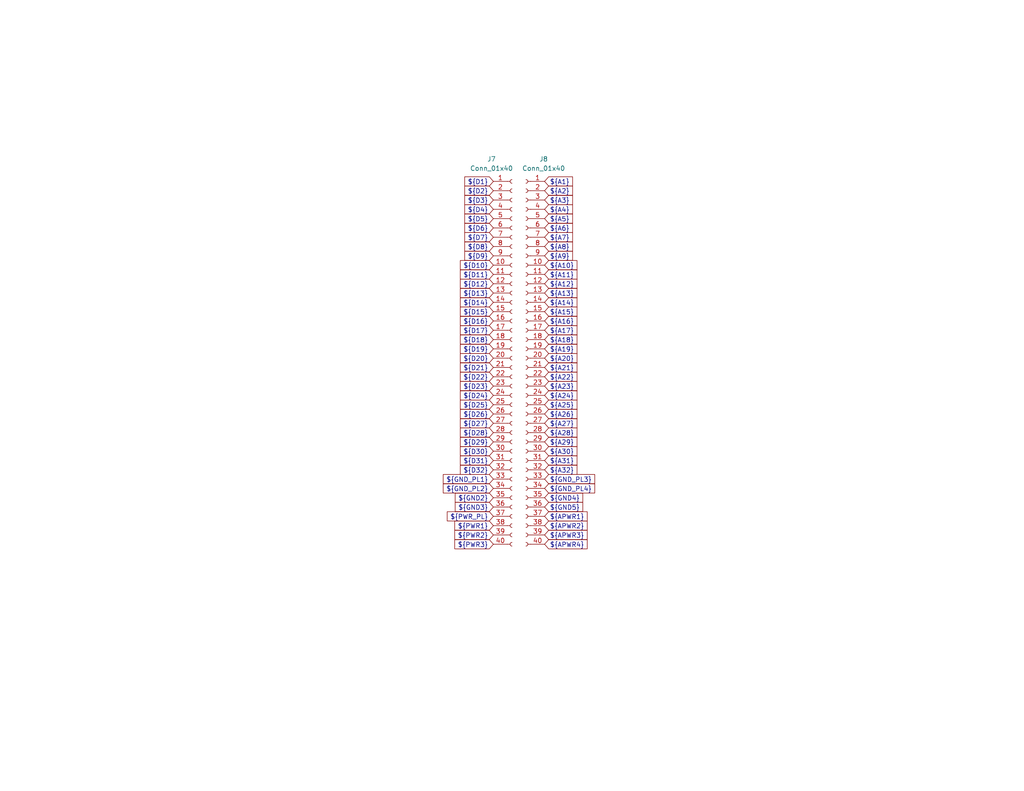
<source format=kicad_sch>
(kicad_sch
	(version 20231120)
	(generator "eeschema")
	(generator_version "8.0")
	(uuid "6c1e95c9-4546-4820-9fe4-d481ccc7d212")
	(paper "USLetter")
	(title_block
		(company "Decapod Devices")
	)
	(lib_symbols
		(symbol "Connector:Conn_01x40_Socket"
			(pin_names
				(offset 1.016) hide)
			(exclude_from_sim no)
			(in_bom yes)
			(on_board yes)
			(property "Reference" "J"
				(at 0 50.8 0)
				(effects
					(font
						(size 1.27 1.27)
					)
				)
			)
			(property "Value" "Conn_01x40_Socket"
				(at 0 -53.34 0)
				(effects
					(font
						(size 1.27 1.27)
					)
				)
			)
			(property "Footprint" ""
				(at 0 0 0)
				(effects
					(font
						(size 1.27 1.27)
					)
					(hide yes)
				)
			)
			(property "Datasheet" "~"
				(at 0 0 0)
				(effects
					(font
						(size 1.27 1.27)
					)
					(hide yes)
				)
			)
			(property "Description" "Generic connector, single row, 01x40, script generated"
				(at 0 0 0)
				(effects
					(font
						(size 1.27 1.27)
					)
					(hide yes)
				)
			)
			(property "ki_locked" ""
				(at 0 0 0)
				(effects
					(font
						(size 1.27 1.27)
					)
				)
			)
			(property "ki_keywords" "connector"
				(at 0 0 0)
				(effects
					(font
						(size 1.27 1.27)
					)
					(hide yes)
				)
			)
			(property "ki_fp_filters" "Connector*:*_1x??_*"
				(at 0 0 0)
				(effects
					(font
						(size 1.27 1.27)
					)
					(hide yes)
				)
			)
			(symbol "Conn_01x40_Socket_1_1"
				(arc
					(start 0 -50.292)
					(mid -0.5058 -50.8)
					(end 0 -51.308)
					(stroke
						(width 0.1524)
						(type default)
					)
					(fill
						(type none)
					)
				)
				(arc
					(start 0 -47.752)
					(mid -0.5058 -48.26)
					(end 0 -48.768)
					(stroke
						(width 0.1524)
						(type default)
					)
					(fill
						(type none)
					)
				)
				(arc
					(start 0 -45.212)
					(mid -0.5058 -45.72)
					(end 0 -46.228)
					(stroke
						(width 0.1524)
						(type default)
					)
					(fill
						(type none)
					)
				)
				(arc
					(start 0 -42.672)
					(mid -0.5058 -43.18)
					(end 0 -43.688)
					(stroke
						(width 0.1524)
						(type default)
					)
					(fill
						(type none)
					)
				)
				(arc
					(start 0 -40.132)
					(mid -0.5058 -40.64)
					(end 0 -41.148)
					(stroke
						(width 0.1524)
						(type default)
					)
					(fill
						(type none)
					)
				)
				(arc
					(start 0 -37.592)
					(mid -0.5058 -38.1)
					(end 0 -38.608)
					(stroke
						(width 0.1524)
						(type default)
					)
					(fill
						(type none)
					)
				)
				(arc
					(start 0 -35.052)
					(mid -0.5058 -35.56)
					(end 0 -36.068)
					(stroke
						(width 0.1524)
						(type default)
					)
					(fill
						(type none)
					)
				)
				(arc
					(start 0 -32.512)
					(mid -0.5058 -33.02)
					(end 0 -33.528)
					(stroke
						(width 0.1524)
						(type default)
					)
					(fill
						(type none)
					)
				)
				(arc
					(start 0 -29.972)
					(mid -0.5058 -30.48)
					(end 0 -30.988)
					(stroke
						(width 0.1524)
						(type default)
					)
					(fill
						(type none)
					)
				)
				(arc
					(start 0 -27.432)
					(mid -0.5058 -27.94)
					(end 0 -28.448)
					(stroke
						(width 0.1524)
						(type default)
					)
					(fill
						(type none)
					)
				)
				(arc
					(start 0 -24.892)
					(mid -0.5058 -25.4)
					(end 0 -25.908)
					(stroke
						(width 0.1524)
						(type default)
					)
					(fill
						(type none)
					)
				)
				(arc
					(start 0 -22.352)
					(mid -0.5058 -22.86)
					(end 0 -23.368)
					(stroke
						(width 0.1524)
						(type default)
					)
					(fill
						(type none)
					)
				)
				(arc
					(start 0 -19.812)
					(mid -0.5058 -20.32)
					(end 0 -20.828)
					(stroke
						(width 0.1524)
						(type default)
					)
					(fill
						(type none)
					)
				)
				(arc
					(start 0 -17.272)
					(mid -0.5058 -17.78)
					(end 0 -18.288)
					(stroke
						(width 0.1524)
						(type default)
					)
					(fill
						(type none)
					)
				)
				(arc
					(start 0 -14.732)
					(mid -0.5058 -15.24)
					(end 0 -15.748)
					(stroke
						(width 0.1524)
						(type default)
					)
					(fill
						(type none)
					)
				)
				(arc
					(start 0 -12.192)
					(mid -0.5058 -12.7)
					(end 0 -13.208)
					(stroke
						(width 0.1524)
						(type default)
					)
					(fill
						(type none)
					)
				)
				(arc
					(start 0 -9.652)
					(mid -0.5058 -10.16)
					(end 0 -10.668)
					(stroke
						(width 0.1524)
						(type default)
					)
					(fill
						(type none)
					)
				)
				(arc
					(start 0 -7.112)
					(mid -0.5058 -7.62)
					(end 0 -8.128)
					(stroke
						(width 0.1524)
						(type default)
					)
					(fill
						(type none)
					)
				)
				(arc
					(start 0 -4.572)
					(mid -0.5058 -5.08)
					(end 0 -5.588)
					(stroke
						(width 0.1524)
						(type default)
					)
					(fill
						(type none)
					)
				)
				(arc
					(start 0 -2.032)
					(mid -0.5058 -2.54)
					(end 0 -3.048)
					(stroke
						(width 0.1524)
						(type default)
					)
					(fill
						(type none)
					)
				)
				(polyline
					(pts
						(xy -1.27 -50.8) (xy -0.508 -50.8)
					)
					(stroke
						(width 0.1524)
						(type default)
					)
					(fill
						(type none)
					)
				)
				(polyline
					(pts
						(xy -1.27 -48.26) (xy -0.508 -48.26)
					)
					(stroke
						(width 0.1524)
						(type default)
					)
					(fill
						(type none)
					)
				)
				(polyline
					(pts
						(xy -1.27 -45.72) (xy -0.508 -45.72)
					)
					(stroke
						(width 0.1524)
						(type default)
					)
					(fill
						(type none)
					)
				)
				(polyline
					(pts
						(xy -1.27 -43.18) (xy -0.508 -43.18)
					)
					(stroke
						(width 0.1524)
						(type default)
					)
					(fill
						(type none)
					)
				)
				(polyline
					(pts
						(xy -1.27 -40.64) (xy -0.508 -40.64)
					)
					(stroke
						(width 0.1524)
						(type default)
					)
					(fill
						(type none)
					)
				)
				(polyline
					(pts
						(xy -1.27 -38.1) (xy -0.508 -38.1)
					)
					(stroke
						(width 0.1524)
						(type default)
					)
					(fill
						(type none)
					)
				)
				(polyline
					(pts
						(xy -1.27 -35.56) (xy -0.508 -35.56)
					)
					(stroke
						(width 0.1524)
						(type default)
					)
					(fill
						(type none)
					)
				)
				(polyline
					(pts
						(xy -1.27 -33.02) (xy -0.508 -33.02)
					)
					(stroke
						(width 0.1524)
						(type default)
					)
					(fill
						(type none)
					)
				)
				(polyline
					(pts
						(xy -1.27 -30.48) (xy -0.508 -30.48)
					)
					(stroke
						(width 0.1524)
						(type default)
					)
					(fill
						(type none)
					)
				)
				(polyline
					(pts
						(xy -1.27 -27.94) (xy -0.508 -27.94)
					)
					(stroke
						(width 0.1524)
						(type default)
					)
					(fill
						(type none)
					)
				)
				(polyline
					(pts
						(xy -1.27 -25.4) (xy -0.508 -25.4)
					)
					(stroke
						(width 0.1524)
						(type default)
					)
					(fill
						(type none)
					)
				)
				(polyline
					(pts
						(xy -1.27 -22.86) (xy -0.508 -22.86)
					)
					(stroke
						(width 0.1524)
						(type default)
					)
					(fill
						(type none)
					)
				)
				(polyline
					(pts
						(xy -1.27 -20.32) (xy -0.508 -20.32)
					)
					(stroke
						(width 0.1524)
						(type default)
					)
					(fill
						(type none)
					)
				)
				(polyline
					(pts
						(xy -1.27 -17.78) (xy -0.508 -17.78)
					)
					(stroke
						(width 0.1524)
						(type default)
					)
					(fill
						(type none)
					)
				)
				(polyline
					(pts
						(xy -1.27 -15.24) (xy -0.508 -15.24)
					)
					(stroke
						(width 0.1524)
						(type default)
					)
					(fill
						(type none)
					)
				)
				(polyline
					(pts
						(xy -1.27 -12.7) (xy -0.508 -12.7)
					)
					(stroke
						(width 0.1524)
						(type default)
					)
					(fill
						(type none)
					)
				)
				(polyline
					(pts
						(xy -1.27 -10.16) (xy -0.508 -10.16)
					)
					(stroke
						(width 0.1524)
						(type default)
					)
					(fill
						(type none)
					)
				)
				(polyline
					(pts
						(xy -1.27 -7.62) (xy -0.508 -7.62)
					)
					(stroke
						(width 0.1524)
						(type default)
					)
					(fill
						(type none)
					)
				)
				(polyline
					(pts
						(xy -1.27 -5.08) (xy -0.508 -5.08)
					)
					(stroke
						(width 0.1524)
						(type default)
					)
					(fill
						(type none)
					)
				)
				(polyline
					(pts
						(xy -1.27 -2.54) (xy -0.508 -2.54)
					)
					(stroke
						(width 0.1524)
						(type default)
					)
					(fill
						(type none)
					)
				)
				(polyline
					(pts
						(xy -1.27 0) (xy -0.508 0)
					)
					(stroke
						(width 0.1524)
						(type default)
					)
					(fill
						(type none)
					)
				)
				(polyline
					(pts
						(xy -1.27 2.54) (xy -0.508 2.54)
					)
					(stroke
						(width 0.1524)
						(type default)
					)
					(fill
						(type none)
					)
				)
				(polyline
					(pts
						(xy -1.27 5.08) (xy -0.508 5.08)
					)
					(stroke
						(width 0.1524)
						(type default)
					)
					(fill
						(type none)
					)
				)
				(polyline
					(pts
						(xy -1.27 7.62) (xy -0.508 7.62)
					)
					(stroke
						(width 0.1524)
						(type default)
					)
					(fill
						(type none)
					)
				)
				(polyline
					(pts
						(xy -1.27 10.16) (xy -0.508 10.16)
					)
					(stroke
						(width 0.1524)
						(type default)
					)
					(fill
						(type none)
					)
				)
				(polyline
					(pts
						(xy -1.27 12.7) (xy -0.508 12.7)
					)
					(stroke
						(width 0.1524)
						(type default)
					)
					(fill
						(type none)
					)
				)
				(polyline
					(pts
						(xy -1.27 15.24) (xy -0.508 15.24)
					)
					(stroke
						(width 0.1524)
						(type default)
					)
					(fill
						(type none)
					)
				)
				(polyline
					(pts
						(xy -1.27 17.78) (xy -0.508 17.78)
					)
					(stroke
						(width 0.1524)
						(type default)
					)
					(fill
						(type none)
					)
				)
				(polyline
					(pts
						(xy -1.27 20.32) (xy -0.508 20.32)
					)
					(stroke
						(width 0.1524)
						(type default)
					)
					(fill
						(type none)
					)
				)
				(polyline
					(pts
						(xy -1.27 22.86) (xy -0.508 22.86)
					)
					(stroke
						(width 0.1524)
						(type default)
					)
					(fill
						(type none)
					)
				)
				(polyline
					(pts
						(xy -1.27 25.4) (xy -0.508 25.4)
					)
					(stroke
						(width 0.1524)
						(type default)
					)
					(fill
						(type none)
					)
				)
				(polyline
					(pts
						(xy -1.27 27.94) (xy -0.508 27.94)
					)
					(stroke
						(width 0.1524)
						(type default)
					)
					(fill
						(type none)
					)
				)
				(polyline
					(pts
						(xy -1.27 30.48) (xy -0.508 30.48)
					)
					(stroke
						(width 0.1524)
						(type default)
					)
					(fill
						(type none)
					)
				)
				(polyline
					(pts
						(xy -1.27 33.02) (xy -0.508 33.02)
					)
					(stroke
						(width 0.1524)
						(type default)
					)
					(fill
						(type none)
					)
				)
				(polyline
					(pts
						(xy -1.27 35.56) (xy -0.508 35.56)
					)
					(stroke
						(width 0.1524)
						(type default)
					)
					(fill
						(type none)
					)
				)
				(polyline
					(pts
						(xy -1.27 38.1) (xy -0.508 38.1)
					)
					(stroke
						(width 0.1524)
						(type default)
					)
					(fill
						(type none)
					)
				)
				(polyline
					(pts
						(xy -1.27 40.64) (xy -0.508 40.64)
					)
					(stroke
						(width 0.1524)
						(type default)
					)
					(fill
						(type none)
					)
				)
				(polyline
					(pts
						(xy -1.27 43.18) (xy -0.508 43.18)
					)
					(stroke
						(width 0.1524)
						(type default)
					)
					(fill
						(type none)
					)
				)
				(polyline
					(pts
						(xy -1.27 45.72) (xy -0.508 45.72)
					)
					(stroke
						(width 0.1524)
						(type default)
					)
					(fill
						(type none)
					)
				)
				(polyline
					(pts
						(xy -1.27 48.26) (xy -0.508 48.26)
					)
					(stroke
						(width 0.1524)
						(type default)
					)
					(fill
						(type none)
					)
				)
				(arc
					(start 0 0.508)
					(mid -0.5058 0)
					(end 0 -0.508)
					(stroke
						(width 0.1524)
						(type default)
					)
					(fill
						(type none)
					)
				)
				(arc
					(start 0 3.048)
					(mid -0.5058 2.54)
					(end 0 2.032)
					(stroke
						(width 0.1524)
						(type default)
					)
					(fill
						(type none)
					)
				)
				(arc
					(start 0 5.588)
					(mid -0.5058 5.08)
					(end 0 4.572)
					(stroke
						(width 0.1524)
						(type default)
					)
					(fill
						(type none)
					)
				)
				(arc
					(start 0 8.128)
					(mid -0.5058 7.62)
					(end 0 7.112)
					(stroke
						(width 0.1524)
						(type default)
					)
					(fill
						(type none)
					)
				)
				(arc
					(start 0 10.668)
					(mid -0.5058 10.16)
					(end 0 9.652)
					(stroke
						(width 0.1524)
						(type default)
					)
					(fill
						(type none)
					)
				)
				(arc
					(start 0 13.208)
					(mid -0.5058 12.7)
					(end 0 12.192)
					(stroke
						(width 0.1524)
						(type default)
					)
					(fill
						(type none)
					)
				)
				(arc
					(start 0 15.748)
					(mid -0.5058 15.24)
					(end 0 14.732)
					(stroke
						(width 0.1524)
						(type default)
					)
					(fill
						(type none)
					)
				)
				(arc
					(start 0 18.288)
					(mid -0.5058 17.78)
					(end 0 17.272)
					(stroke
						(width 0.1524)
						(type default)
					)
					(fill
						(type none)
					)
				)
				(arc
					(start 0 20.828)
					(mid -0.5058 20.32)
					(end 0 19.812)
					(stroke
						(width 0.1524)
						(type default)
					)
					(fill
						(type none)
					)
				)
				(arc
					(start 0 23.368)
					(mid -0.5058 22.86)
					(end 0 22.352)
					(stroke
						(width 0.1524)
						(type default)
					)
					(fill
						(type none)
					)
				)
				(arc
					(start 0 25.908)
					(mid -0.5058 25.4)
					(end 0 24.892)
					(stroke
						(width 0.1524)
						(type default)
					)
					(fill
						(type none)
					)
				)
				(arc
					(start 0 28.448)
					(mid -0.5058 27.94)
					(end 0 27.432)
					(stroke
						(width 0.1524)
						(type default)
					)
					(fill
						(type none)
					)
				)
				(arc
					(start 0 30.988)
					(mid -0.5058 30.48)
					(end 0 29.972)
					(stroke
						(width 0.1524)
						(type default)
					)
					(fill
						(type none)
					)
				)
				(arc
					(start 0 33.528)
					(mid -0.5058 33.02)
					(end 0 32.512)
					(stroke
						(width 0.1524)
						(type default)
					)
					(fill
						(type none)
					)
				)
				(arc
					(start 0 36.068)
					(mid -0.5058 35.56)
					(end 0 35.052)
					(stroke
						(width 0.1524)
						(type default)
					)
					(fill
						(type none)
					)
				)
				(arc
					(start 0 38.608)
					(mid -0.5058 38.1)
					(end 0 37.592)
					(stroke
						(width 0.1524)
						(type default)
					)
					(fill
						(type none)
					)
				)
				(arc
					(start 0 41.148)
					(mid -0.5058 40.64)
					(end 0 40.132)
					(stroke
						(width 0.1524)
						(type default)
					)
					(fill
						(type none)
					)
				)
				(arc
					(start 0 43.688)
					(mid -0.5058 43.18)
					(end 0 42.672)
					(stroke
						(width 0.1524)
						(type default)
					)
					(fill
						(type none)
					)
				)
				(arc
					(start 0 46.228)
					(mid -0.5058 45.72)
					(end 0 45.212)
					(stroke
						(width 0.1524)
						(type default)
					)
					(fill
						(type none)
					)
				)
				(arc
					(start 0 48.768)
					(mid -0.5058 48.26)
					(end 0 47.752)
					(stroke
						(width 0.1524)
						(type default)
					)
					(fill
						(type none)
					)
				)
				(pin passive line
					(at -5.08 48.26 0)
					(length 3.81)
					(name "Pin_1"
						(effects
							(font
								(size 1.27 1.27)
							)
						)
					)
					(number "1"
						(effects
							(font
								(size 1.27 1.27)
							)
						)
					)
				)
				(pin passive line
					(at -5.08 25.4 0)
					(length 3.81)
					(name "Pin_10"
						(effects
							(font
								(size 1.27 1.27)
							)
						)
					)
					(number "10"
						(effects
							(font
								(size 1.27 1.27)
							)
						)
					)
				)
				(pin passive line
					(at -5.08 22.86 0)
					(length 3.81)
					(name "Pin_11"
						(effects
							(font
								(size 1.27 1.27)
							)
						)
					)
					(number "11"
						(effects
							(font
								(size 1.27 1.27)
							)
						)
					)
				)
				(pin passive line
					(at -5.08 20.32 0)
					(length 3.81)
					(name "Pin_12"
						(effects
							(font
								(size 1.27 1.27)
							)
						)
					)
					(number "12"
						(effects
							(font
								(size 1.27 1.27)
							)
						)
					)
				)
				(pin passive line
					(at -5.08 17.78 0)
					(length 3.81)
					(name "Pin_13"
						(effects
							(font
								(size 1.27 1.27)
							)
						)
					)
					(number "13"
						(effects
							(font
								(size 1.27 1.27)
							)
						)
					)
				)
				(pin passive line
					(at -5.08 15.24 0)
					(length 3.81)
					(name "Pin_14"
						(effects
							(font
								(size 1.27 1.27)
							)
						)
					)
					(number "14"
						(effects
							(font
								(size 1.27 1.27)
							)
						)
					)
				)
				(pin passive line
					(at -5.08 12.7 0)
					(length 3.81)
					(name "Pin_15"
						(effects
							(font
								(size 1.27 1.27)
							)
						)
					)
					(number "15"
						(effects
							(font
								(size 1.27 1.27)
							)
						)
					)
				)
				(pin passive line
					(at -5.08 10.16 0)
					(length 3.81)
					(name "Pin_16"
						(effects
							(font
								(size 1.27 1.27)
							)
						)
					)
					(number "16"
						(effects
							(font
								(size 1.27 1.27)
							)
						)
					)
				)
				(pin passive line
					(at -5.08 7.62 0)
					(length 3.81)
					(name "Pin_17"
						(effects
							(font
								(size 1.27 1.27)
							)
						)
					)
					(number "17"
						(effects
							(font
								(size 1.27 1.27)
							)
						)
					)
				)
				(pin passive line
					(at -5.08 5.08 0)
					(length 3.81)
					(name "Pin_18"
						(effects
							(font
								(size 1.27 1.27)
							)
						)
					)
					(number "18"
						(effects
							(font
								(size 1.27 1.27)
							)
						)
					)
				)
				(pin passive line
					(at -5.08 2.54 0)
					(length 3.81)
					(name "Pin_19"
						(effects
							(font
								(size 1.27 1.27)
							)
						)
					)
					(number "19"
						(effects
							(font
								(size 1.27 1.27)
							)
						)
					)
				)
				(pin passive line
					(at -5.08 45.72 0)
					(length 3.81)
					(name "Pin_2"
						(effects
							(font
								(size 1.27 1.27)
							)
						)
					)
					(number "2"
						(effects
							(font
								(size 1.27 1.27)
							)
						)
					)
				)
				(pin passive line
					(at -5.08 0 0)
					(length 3.81)
					(name "Pin_20"
						(effects
							(font
								(size 1.27 1.27)
							)
						)
					)
					(number "20"
						(effects
							(font
								(size 1.27 1.27)
							)
						)
					)
				)
				(pin passive line
					(at -5.08 -2.54 0)
					(length 3.81)
					(name "Pin_21"
						(effects
							(font
								(size 1.27 1.27)
							)
						)
					)
					(number "21"
						(effects
							(font
								(size 1.27 1.27)
							)
						)
					)
				)
				(pin passive line
					(at -5.08 -5.08 0)
					(length 3.81)
					(name "Pin_22"
						(effects
							(font
								(size 1.27 1.27)
							)
						)
					)
					(number "22"
						(effects
							(font
								(size 1.27 1.27)
							)
						)
					)
				)
				(pin passive line
					(at -5.08 -7.62 0)
					(length 3.81)
					(name "Pin_23"
						(effects
							(font
								(size 1.27 1.27)
							)
						)
					)
					(number "23"
						(effects
							(font
								(size 1.27 1.27)
							)
						)
					)
				)
				(pin passive line
					(at -5.08 -10.16 0)
					(length 3.81)
					(name "Pin_24"
						(effects
							(font
								(size 1.27 1.27)
							)
						)
					)
					(number "24"
						(effects
							(font
								(size 1.27 1.27)
							)
						)
					)
				)
				(pin passive line
					(at -5.08 -12.7 0)
					(length 3.81)
					(name "Pin_25"
						(effects
							(font
								(size 1.27 1.27)
							)
						)
					)
					(number "25"
						(effects
							(font
								(size 1.27 1.27)
							)
						)
					)
				)
				(pin passive line
					(at -5.08 -15.24 0)
					(length 3.81)
					(name "Pin_26"
						(effects
							(font
								(size 1.27 1.27)
							)
						)
					)
					(number "26"
						(effects
							(font
								(size 1.27 1.27)
							)
						)
					)
				)
				(pin passive line
					(at -5.08 -17.78 0)
					(length 3.81)
					(name "Pin_27"
						(effects
							(font
								(size 1.27 1.27)
							)
						)
					)
					(number "27"
						(effects
							(font
								(size 1.27 1.27)
							)
						)
					)
				)
				(pin passive line
					(at -5.08 -20.32 0)
					(length 3.81)
					(name "Pin_28"
						(effects
							(font
								(size 1.27 1.27)
							)
						)
					)
					(number "28"
						(effects
							(font
								(size 1.27 1.27)
							)
						)
					)
				)
				(pin passive line
					(at -5.08 -22.86 0)
					(length 3.81)
					(name "Pin_29"
						(effects
							(font
								(size 1.27 1.27)
							)
						)
					)
					(number "29"
						(effects
							(font
								(size 1.27 1.27)
							)
						)
					)
				)
				(pin passive line
					(at -5.08 43.18 0)
					(length 3.81)
					(name "Pin_3"
						(effects
							(font
								(size 1.27 1.27)
							)
						)
					)
					(number "3"
						(effects
							(font
								(size 1.27 1.27)
							)
						)
					)
				)
				(pin passive line
					(at -5.08 -25.4 0)
					(length 3.81)
					(name "Pin_30"
						(effects
							(font
								(size 1.27 1.27)
							)
						)
					)
					(number "30"
						(effects
							(font
								(size 1.27 1.27)
							)
						)
					)
				)
				(pin passive line
					(at -5.08 -27.94 0)
					(length 3.81)
					(name "Pin_31"
						(effects
							(font
								(size 1.27 1.27)
							)
						)
					)
					(number "31"
						(effects
							(font
								(size 1.27 1.27)
							)
						)
					)
				)
				(pin passive line
					(at -5.08 -30.48 0)
					(length 3.81)
					(name "Pin_32"
						(effects
							(font
								(size 1.27 1.27)
							)
						)
					)
					(number "32"
						(effects
							(font
								(size 1.27 1.27)
							)
						)
					)
				)
				(pin passive line
					(at -5.08 -33.02 0)
					(length 3.81)
					(name "Pin_33"
						(effects
							(font
								(size 1.27 1.27)
							)
						)
					)
					(number "33"
						(effects
							(font
								(size 1.27 1.27)
							)
						)
					)
				)
				(pin passive line
					(at -5.08 -35.56 0)
					(length 3.81)
					(name "Pin_34"
						(effects
							(font
								(size 1.27 1.27)
							)
						)
					)
					(number "34"
						(effects
							(font
								(size 1.27 1.27)
							)
						)
					)
				)
				(pin passive line
					(at -5.08 -38.1 0)
					(length 3.81)
					(name "Pin_35"
						(effects
							(font
								(size 1.27 1.27)
							)
						)
					)
					(number "35"
						(effects
							(font
								(size 1.27 1.27)
							)
						)
					)
				)
				(pin passive line
					(at -5.08 -40.64 0)
					(length 3.81)
					(name "Pin_36"
						(effects
							(font
								(size 1.27 1.27)
							)
						)
					)
					(number "36"
						(effects
							(font
								(size 1.27 1.27)
							)
						)
					)
				)
				(pin passive line
					(at -5.08 -43.18 0)
					(length 3.81)
					(name "Pin_37"
						(effects
							(font
								(size 1.27 1.27)
							)
						)
					)
					(number "37"
						(effects
							(font
								(size 1.27 1.27)
							)
						)
					)
				)
				(pin passive line
					(at -5.08 -45.72 0)
					(length 3.81)
					(name "Pin_38"
						(effects
							(font
								(size 1.27 1.27)
							)
						)
					)
					(number "38"
						(effects
							(font
								(size 1.27 1.27)
							)
						)
					)
				)
				(pin passive line
					(at -5.08 -48.26 0)
					(length 3.81)
					(name "Pin_39"
						(effects
							(font
								(size 1.27 1.27)
							)
						)
					)
					(number "39"
						(effects
							(font
								(size 1.27 1.27)
							)
						)
					)
				)
				(pin passive line
					(at -5.08 40.64 0)
					(length 3.81)
					(name "Pin_4"
						(effects
							(font
								(size 1.27 1.27)
							)
						)
					)
					(number "4"
						(effects
							(font
								(size 1.27 1.27)
							)
						)
					)
				)
				(pin passive line
					(at -5.08 -50.8 0)
					(length 3.81)
					(name "Pin_40"
						(effects
							(font
								(size 1.27 1.27)
							)
						)
					)
					(number "40"
						(effects
							(font
								(size 1.27 1.27)
							)
						)
					)
				)
				(pin passive line
					(at -5.08 38.1 0)
					(length 3.81)
					(name "Pin_5"
						(effects
							(font
								(size 1.27 1.27)
							)
						)
					)
					(number "5"
						(effects
							(font
								(size 1.27 1.27)
							)
						)
					)
				)
				(pin passive line
					(at -5.08 35.56 0)
					(length 3.81)
					(name "Pin_6"
						(effects
							(font
								(size 1.27 1.27)
							)
						)
					)
					(number "6"
						(effects
							(font
								(size 1.27 1.27)
							)
						)
					)
				)
				(pin passive line
					(at -5.08 33.02 0)
					(length 3.81)
					(name "Pin_7"
						(effects
							(font
								(size 1.27 1.27)
							)
						)
					)
					(number "7"
						(effects
							(font
								(size 1.27 1.27)
							)
						)
					)
				)
				(pin passive line
					(at -5.08 30.48 0)
					(length 3.81)
					(name "Pin_8"
						(effects
							(font
								(size 1.27 1.27)
							)
						)
					)
					(number "8"
						(effects
							(font
								(size 1.27 1.27)
							)
						)
					)
				)
				(pin passive line
					(at -5.08 27.94 0)
					(length 3.81)
					(name "Pin_9"
						(effects
							(font
								(size 1.27 1.27)
							)
						)
					)
					(number "9"
						(effects
							(font
								(size 1.27 1.27)
							)
						)
					)
				)
			)
		)
	)
	(global_label "${GND_PL2}"
		(shape input)
		(at 134.62 133.35 180)
		(fields_autoplaced yes)
		(effects
			(font
				(size 1.27 1.27)
			)
			(justify right)
		)
		(uuid "004bea45-527e-4a5d-ac2d-b080eee8ad86")
		(property "Intersheetrefs" "${INTERSHEET_REFS}"
			(at 124.4986 133.35 0)
			(effects
				(font
					(size 1.27 1.27)
				)
				(justify right)
				(hide yes)
			)
		)
	)
	(global_label "${D9}"
		(shape input)
		(at 134.62 69.85 180)
		(fields_autoplaced yes)
		(effects
			(font
				(size 1.27 1.27)
			)
			(justify right)
		)
		(uuid "012138d3-2dd9-436f-8d85-021fe72bff9a")
		(property "Intersheetrefs" "${INTERSHEET_REFS}"
			(at 129.1553 69.85 0)
			(effects
				(font
					(size 1.27 1.27)
				)
				(justify right)
				(hide yes)
			)
		)
	)
	(global_label "${D21}"
		(shape input)
		(at 134.62 100.33 180)
		(fields_autoplaced yes)
		(effects
			(font
				(size 1.27 1.27)
			)
			(justify right)
		)
		(uuid "05f9f1db-23e5-4fca-b959-58e82424a10a")
		(property "Intersheetrefs" "${INTERSHEET_REFS}"
			(at 127.9458 100.33 0)
			(effects
				(font
					(size 1.27 1.27)
				)
				(justify right)
				(hide yes)
			)
		)
	)
	(global_label "${A11}"
		(shape input)
		(at 148.59 74.93 0)
		(fields_autoplaced yes)
		(effects
			(font
				(size 1.27 1.27)
			)
			(justify left)
		)
		(uuid "08098514-1b42-4fce-8b93-ca14be1f0470")
		(property "Intersheetrefs" "${INTERSHEET_REFS}"
			(at 155.0828 74.93 0)
			(effects
				(font
					(size 1.27 1.27)
				)
				(justify left)
				(hide yes)
			)
		)
	)
	(global_label "${GND5}"
		(shape input)
		(at 148.59 138.43 0)
		(fields_autoplaced yes)
		(effects
			(font
				(size 1.27 1.27)
			)
			(justify left)
		)
		(uuid "106a400d-f5a8-4ff8-82dc-c6761f5fdcba")
		(property "Intersheetrefs" "${INTERSHEET_REFS}"
			(at 156.6552 138.43 0)
			(effects
				(font
					(size 1.27 1.27)
				)
				(justify left)
				(hide yes)
			)
		)
	)
	(global_label "${A10}"
		(shape input)
		(at 148.59 72.39 0)
		(fields_autoplaced yes)
		(effects
			(font
				(size 1.27 1.27)
			)
			(justify left)
		)
		(uuid "178de6aa-a1d6-4e2f-bab4-96555a0b186d")
		(property "Intersheetrefs" "${INTERSHEET_REFS}"
			(at 155.0828 72.39 0)
			(effects
				(font
					(size 1.27 1.27)
				)
				(justify left)
				(hide yes)
			)
		)
	)
	(global_label "${A26}"
		(shape input)
		(at 148.59 113.03 0)
		(fields_autoplaced yes)
		(effects
			(font
				(size 1.27 1.27)
			)
			(justify left)
		)
		(uuid "1889fbe5-e9dc-463a-9e40-a85597eb77ad")
		(property "Intersheetrefs" "${INTERSHEET_REFS}"
			(at 155.0828 113.03 0)
			(effects
				(font
					(size 1.27 1.27)
				)
				(justify left)
				(hide yes)
			)
		)
	)
	(global_label "${A7}"
		(shape input)
		(at 148.59 64.77 0)
		(fields_autoplaced yes)
		(effects
			(font
				(size 1.27 1.27)
			)
			(justify left)
		)
		(uuid "1d5820b8-d0e6-48c3-94e7-ed8ca46050d0")
		(property "Intersheetrefs" "${INTERSHEET_REFS}"
			(at 153.8733 64.77 0)
			(effects
				(font
					(size 1.27 1.27)
				)
				(justify left)
				(hide yes)
			)
		)
	)
	(global_label "${GND_PL4}"
		(shape input)
		(at 148.59 133.35 0)
		(fields_autoplaced yes)
		(effects
			(font
				(size 1.27 1.27)
			)
			(justify left)
		)
		(uuid "1e150ead-206c-45f1-a208-25d5bd8e3059")
		(property "Intersheetrefs" "${INTERSHEET_REFS}"
			(at 158.7114 133.35 0)
			(effects
				(font
					(size 1.27 1.27)
				)
				(justify left)
				(hide yes)
			)
		)
	)
	(global_label "${GND2}"
		(shape input)
		(at 134.62 135.89 180)
		(fields_autoplaced yes)
		(effects
			(font
				(size 1.27 1.27)
			)
			(justify right)
		)
		(uuid "1f0353bb-7a82-4cd7-971c-4ca79ea3aef7")
		(property "Intersheetrefs" "${INTERSHEET_REFS}"
			(at 126.5548 135.89 0)
			(effects
				(font
					(size 1.27 1.27)
				)
				(justify right)
				(hide yes)
			)
		)
	)
	(global_label "${PWR_PL}"
		(shape input)
		(at 134.62 140.97 180)
		(fields_autoplaced yes)
		(effects
			(font
				(size 1.27 1.27)
			)
			(justify right)
		)
		(uuid "2255fb61-d150-497f-976f-0470d09ba9c9")
		(property "Intersheetrefs" "${INTERSHEET_REFS}"
			(at 124.3777 140.97 0)
			(effects
				(font
					(size 1.27 1.27)
				)
				(justify right)
				(hide yes)
			)
		)
	)
	(global_label "${PWR3}"
		(shape input)
		(at 134.62 148.59 180)
		(fields_autoplaced yes)
		(effects
			(font
				(size 1.27 1.27)
			)
			(justify right)
		)
		(uuid "2386f00a-c564-43fc-8298-2f75d4866e18")
		(property "Intersheetrefs" "${INTERSHEET_REFS}"
			(at 126.4339 148.59 0)
			(effects
				(font
					(size 1.27 1.27)
				)
				(justify right)
				(hide yes)
			)
		)
	)
	(global_label "${APWR4}"
		(shape input)
		(at 148.59 148.59 0)
		(fields_autoplaced yes)
		(effects
			(font
				(size 1.27 1.27)
			)
			(justify left)
		)
		(uuid "2b929553-d905-484e-9759-bed26623ad5e")
		(property "Intersheetrefs" "${INTERSHEET_REFS}"
			(at 157.8647 148.59 0)
			(effects
				(font
					(size 1.27 1.27)
				)
				(justify left)
				(hide yes)
			)
		)
	)
	(global_label "${APWR2}"
		(shape input)
		(at 148.59 143.51 0)
		(fields_autoplaced yes)
		(effects
			(font
				(size 1.27 1.27)
			)
			(justify left)
		)
		(uuid "2ca06271-48c8-4bb9-a2c5-56800374c1eb")
		(property "Intersheetrefs" "${INTERSHEET_REFS}"
			(at 157.8647 143.51 0)
			(effects
				(font
					(size 1.27 1.27)
				)
				(justify left)
				(hide yes)
			)
		)
	)
	(global_label "${D15}"
		(shape input)
		(at 134.62 85.09 180)
		(fields_autoplaced yes)
		(effects
			(font
				(size 1.27 1.27)
			)
			(justify right)
		)
		(uuid "2e7f388d-9393-41b3-91e6-a359348d7ad5")
		(property "Intersheetrefs" "${INTERSHEET_REFS}"
			(at 127.9458 85.09 0)
			(effects
				(font
					(size 1.27 1.27)
				)
				(justify right)
				(hide yes)
			)
		)
	)
	(global_label "${A1}"
		(shape input)
		(at 148.59 49.53 0)
		(fields_autoplaced yes)
		(effects
			(font
				(size 1.27 1.27)
			)
			(justify left)
		)
		(uuid "302bebd4-04eb-4ac0-a722-700274006099")
		(property "Intersheetrefs" "${INTERSHEET_REFS}"
			(at 153.8733 49.53 0)
			(effects
				(font
					(size 1.27 1.27)
				)
				(justify left)
				(hide yes)
			)
		)
	)
	(global_label "${A6}"
		(shape input)
		(at 148.59 62.23 0)
		(fields_autoplaced yes)
		(effects
			(font
				(size 1.27 1.27)
			)
			(justify left)
		)
		(uuid "323dd40a-79d3-4a33-85a6-d47f10bc3e15")
		(property "Intersheetrefs" "${INTERSHEET_REFS}"
			(at 153.8733 62.23 0)
			(effects
				(font
					(size 1.27 1.27)
				)
				(justify left)
				(hide yes)
			)
		)
	)
	(global_label "${GND_PL3}"
		(shape input)
		(at 148.59 130.81 0)
		(fields_autoplaced yes)
		(effects
			(font
				(size 1.27 1.27)
			)
			(justify left)
		)
		(uuid "36f2c86c-9f9a-40a4-a16c-15b60fcff84a")
		(property "Intersheetrefs" "${INTERSHEET_REFS}"
			(at 158.7114 130.81 0)
			(effects
				(font
					(size 1.27 1.27)
				)
				(justify left)
				(hide yes)
			)
		)
	)
	(global_label "${A21}"
		(shape input)
		(at 148.59 100.33 0)
		(fields_autoplaced yes)
		(effects
			(font
				(size 1.27 1.27)
			)
			(justify left)
		)
		(uuid "3832181f-3c86-468c-803b-e1fa09e450b3")
		(property "Intersheetrefs" "${INTERSHEET_REFS}"
			(at 155.0828 100.33 0)
			(effects
				(font
					(size 1.27 1.27)
				)
				(justify left)
				(hide yes)
			)
		)
	)
	(global_label "${A24}"
		(shape input)
		(at 148.59 107.95 0)
		(fields_autoplaced yes)
		(effects
			(font
				(size 1.27 1.27)
			)
			(justify left)
		)
		(uuid "3a7faa9c-8051-419b-82d0-0e05eca81792")
		(property "Intersheetrefs" "${INTERSHEET_REFS}"
			(at 155.0828 107.95 0)
			(effects
				(font
					(size 1.27 1.27)
				)
				(justify left)
				(hide yes)
			)
		)
	)
	(global_label "${D28}"
		(shape input)
		(at 134.62 118.11 180)
		(fields_autoplaced yes)
		(effects
			(font
				(size 1.27 1.27)
			)
			(justify right)
		)
		(uuid "3b2ab0a4-14e9-4f8e-b938-526c41866594")
		(property "Intersheetrefs" "${INTERSHEET_REFS}"
			(at 127.9458 118.11 0)
			(effects
				(font
					(size 1.27 1.27)
				)
				(justify right)
				(hide yes)
			)
		)
	)
	(global_label "${GND3}"
		(shape input)
		(at 134.62 138.43 180)
		(fields_autoplaced yes)
		(effects
			(font
				(size 1.27 1.27)
			)
			(justify right)
		)
		(uuid "3bfd0e88-30c0-4ac3-bca6-6fabe3f21fb9")
		(property "Intersheetrefs" "${INTERSHEET_REFS}"
			(at 123.6519 138.43 0)
			(effects
				(font
					(size 1.27 1.27)
				)
				(justify right)
				(hide yes)
			)
		)
	)
	(global_label "${A13}"
		(shape input)
		(at 148.59 80.01 0)
		(fields_autoplaced yes)
		(effects
			(font
				(size 1.27 1.27)
			)
			(justify left)
		)
		(uuid "41650345-b1d2-4377-8fd4-3af5c779e95a")
		(property "Intersheetrefs" "${INTERSHEET_REFS}"
			(at 155.0828 80.01 0)
			(effects
				(font
					(size 1.27 1.27)
				)
				(justify left)
				(hide yes)
			)
		)
	)
	(global_label "${A32}"
		(shape input)
		(at 148.59 128.27 0)
		(fields_autoplaced yes)
		(effects
			(font
				(size 1.27 1.27)
			)
			(justify left)
		)
		(uuid "41f2069f-4df0-4f31-952e-13569f50f5bc")
		(property "Intersheetrefs" "${INTERSHEET_REFS}"
			(at 155.0828 128.27 0)
			(effects
				(font
					(size 1.27 1.27)
				)
				(justify left)
				(hide yes)
			)
		)
	)
	(global_label "${D12}"
		(shape input)
		(at 134.62 77.47 180)
		(fields_autoplaced yes)
		(effects
			(font
				(size 1.27 1.27)
			)
			(justify right)
		)
		(uuid "46614ad1-4069-4bfa-a5f5-1c18bffada0a")
		(property "Intersheetrefs" "${INTERSHEET_REFS}"
			(at 127.9458 77.47 0)
			(effects
				(font
					(size 1.27 1.27)
				)
				(justify right)
				(hide yes)
			)
		)
	)
	(global_label "${A27}"
		(shape input)
		(at 148.59 115.57 0)
		(fields_autoplaced yes)
		(effects
			(font
				(size 1.27 1.27)
			)
			(justify left)
		)
		(uuid "508908a8-e5f4-4062-8e3a-d85409b8527a")
		(property "Intersheetrefs" "${INTERSHEET_REFS}"
			(at 155.0828 115.57 0)
			(effects
				(font
					(size 1.27 1.27)
				)
				(justify left)
				(hide yes)
			)
		)
	)
	(global_label "${D24}"
		(shape input)
		(at 134.62 107.95 180)
		(fields_autoplaced yes)
		(effects
			(font
				(size 1.27 1.27)
			)
			(justify right)
		)
		(uuid "52c4f1af-593e-466a-bb94-7af86115f4ec")
		(property "Intersheetrefs" "${INTERSHEET_REFS}"
			(at 127.9458 107.95 0)
			(effects
				(font
					(size 1.27 1.27)
				)
				(justify right)
				(hide yes)
			)
		)
	)
	(global_label "${D27}"
		(shape input)
		(at 134.62 115.57 180)
		(fields_autoplaced yes)
		(effects
			(font
				(size 1.27 1.27)
			)
			(justify right)
		)
		(uuid "54d2fe7a-5d63-4a69-bf81-4ac61dfbad58")
		(property "Intersheetrefs" "${INTERSHEET_REFS}"
			(at 127.9458 115.57 0)
			(effects
				(font
					(size 1.27 1.27)
				)
				(justify right)
				(hide yes)
			)
		)
	)
	(global_label "${D1}"
		(shape input)
		(at 134.62 49.53 180)
		(fields_autoplaced yes)
		(effects
			(font
				(size 1.27 1.27)
			)
			(justify right)
		)
		(uuid "5d96c025-b9b7-4a4d-8dfd-a74255d410ef")
		(property "Intersheetrefs" "${INTERSHEET_REFS}"
			(at 129.1553 49.53 0)
			(effects
				(font
					(size 1.27 1.27)
				)
				(justify right)
				(hide yes)
			)
		)
	)
	(global_label "${A23}"
		(shape input)
		(at 148.59 105.41 0)
		(fields_autoplaced yes)
		(effects
			(font
				(size 1.27 1.27)
			)
			(justify left)
		)
		(uuid "5e21d2ca-36bc-4236-bb1b-4cf31f910809")
		(property "Intersheetrefs" "${INTERSHEET_REFS}"
			(at 155.0828 105.41 0)
			(effects
				(font
					(size 1.27 1.27)
				)
				(justify left)
				(hide yes)
			)
		)
	)
	(global_label "${GND4}"
		(shape input)
		(at 148.59 135.89 0)
		(fields_autoplaced yes)
		(effects
			(font
				(size 1.27 1.27)
			)
			(justify left)
		)
		(uuid "649703ba-d051-4157-9ed4-c80effea2370")
		(property "Intersheetrefs" "${INTERSHEET_REFS}"
			(at 156.6552 135.89 0)
			(effects
				(font
					(size 1.27 1.27)
				)
				(justify left)
				(hide yes)
			)
		)
	)
	(global_label "${A17}"
		(shape input)
		(at 148.59 90.17 0)
		(fields_autoplaced yes)
		(effects
			(font
				(size 1.27 1.27)
			)
			(justify left)
		)
		(uuid "6674583d-d5a8-43ca-85c3-c28506521a53")
		(property "Intersheetrefs" "${INTERSHEET_REFS}"
			(at 155.0828 90.17 0)
			(effects
				(font
					(size 1.27 1.27)
				)
				(justify left)
				(hide yes)
			)
		)
	)
	(global_label "${D31}"
		(shape input)
		(at 134.62 125.73 180)
		(fields_autoplaced yes)
		(effects
			(font
				(size 1.27 1.27)
			)
			(justify right)
		)
		(uuid "6a5e7dce-5d2a-4655-8e6e-52f230f19485")
		(property "Intersheetrefs" "${INTERSHEET_REFS}"
			(at 127.9458 125.73 0)
			(effects
				(font
					(size 1.27 1.27)
				)
				(justify right)
				(hide yes)
			)
		)
	)
	(global_label "${A22}"
		(shape input)
		(at 148.59 102.87 0)
		(fields_autoplaced yes)
		(effects
			(font
				(size 1.27 1.27)
			)
			(justify left)
		)
		(uuid "6c775359-69f5-4d2d-acb6-8a789a0c11a6")
		(property "Intersheetrefs" "${INTERSHEET_REFS}"
			(at 155.0828 102.87 0)
			(effects
				(font
					(size 1.27 1.27)
				)
				(justify left)
				(hide yes)
			)
		)
	)
	(global_label "${A18}"
		(shape input)
		(at 148.59 92.71 0)
		(fields_autoplaced yes)
		(effects
			(font
				(size 1.27 1.27)
			)
			(justify left)
		)
		(uuid "6c838d93-979d-41aa-9783-21d6b5b2873a")
		(property "Intersheetrefs" "${INTERSHEET_REFS}"
			(at 155.0828 92.71 0)
			(effects
				(font
					(size 1.27 1.27)
				)
				(justify left)
				(hide yes)
			)
		)
	)
	(global_label "${D19}"
		(shape input)
		(at 134.62 95.25 180)
		(fields_autoplaced yes)
		(effects
			(font
				(size 1.27 1.27)
			)
			(justify right)
		)
		(uuid "6de25060-4cc3-43e7-b7e8-2cbf71dc17bb")
		(property "Intersheetrefs" "${INTERSHEET_REFS}"
			(at 127.9458 95.25 0)
			(effects
				(font
					(size 1.27 1.27)
				)
				(justify right)
				(hide yes)
			)
		)
	)
	(global_label "${D25}"
		(shape input)
		(at 134.62 110.49 180)
		(fields_autoplaced yes)
		(effects
			(font
				(size 1.27 1.27)
			)
			(justify right)
		)
		(uuid "6df510ee-d6b0-45f5-8bc0-69b84d1e1036")
		(property "Intersheetrefs" "${INTERSHEET_REFS}"
			(at 127.9458 110.49 0)
			(effects
				(font
					(size 1.27 1.27)
				)
				(justify right)
				(hide yes)
			)
		)
	)
	(global_label "${A15}"
		(shape input)
		(at 148.59 85.09 0)
		(fields_autoplaced yes)
		(effects
			(font
				(size 1.27 1.27)
			)
			(justify left)
		)
		(uuid "72590284-d815-4411-ac02-b81c27ecaf4e")
		(property "Intersheetrefs" "${INTERSHEET_REFS}"
			(at 155.0828 85.09 0)
			(effects
				(font
					(size 1.27 1.27)
				)
				(justify left)
				(hide yes)
			)
		)
	)
	(global_label "${D14}"
		(shape input)
		(at 134.62 82.55 180)
		(fields_autoplaced yes)
		(effects
			(font
				(size 1.27 1.27)
			)
			(justify right)
		)
		(uuid "760a7bdf-ea78-42b0-99ac-580655cee628")
		(property "Intersheetrefs" "${INTERSHEET_REFS}"
			(at 127.9458 82.55 0)
			(effects
				(font
					(size 1.27 1.27)
				)
				(justify right)
				(hide yes)
			)
		)
	)
	(global_label "${A2}"
		(shape input)
		(at 148.59 52.07 0)
		(fields_autoplaced yes)
		(effects
			(font
				(size 1.27 1.27)
			)
			(justify left)
		)
		(uuid "7624346f-03af-4d71-9e3c-d018f6c83ffd")
		(property "Intersheetrefs" "${INTERSHEET_REFS}"
			(at 153.8733 52.07 0)
			(effects
				(font
					(size 1.27 1.27)
				)
				(justify left)
				(hide yes)
			)
		)
	)
	(global_label "${APWR1}"
		(shape input)
		(at 148.59 140.97 0)
		(fields_autoplaced yes)
		(effects
			(font
				(size 1.27 1.27)
			)
			(justify left)
		)
		(uuid "7a286aac-6200-4175-9a21-45146433b5f4")
		(property "Intersheetrefs" "${INTERSHEET_REFS}"
			(at 157.8647 140.97 0)
			(effects
				(font
					(size 1.27 1.27)
				)
				(justify left)
				(hide yes)
			)
		)
	)
	(global_label "${PWR2}"
		(shape input)
		(at 134.62 146.05 180)
		(fields_autoplaced yes)
		(effects
			(font
				(size 1.27 1.27)
			)
			(justify right)
		)
		(uuid "7d15eea5-8a60-47e2-91d9-56e5e29142b9")
		(property "Intersheetrefs" "${INTERSHEET_REFS}"
			(at 126.4339 146.05 0)
			(effects
				(font
					(size 1.27 1.27)
				)
				(justify right)
				(hide yes)
			)
		)
	)
	(global_label "${A20}"
		(shape input)
		(at 148.59 97.79 0)
		(fields_autoplaced yes)
		(effects
			(font
				(size 1.27 1.27)
			)
			(justify left)
		)
		(uuid "7de52099-7d1d-429c-9a81-c60d6d3871aa")
		(property "Intersheetrefs" "${INTERSHEET_REFS}"
			(at 155.0828 97.79 0)
			(effects
				(font
					(size 1.27 1.27)
				)
				(justify left)
				(hide yes)
			)
		)
	)
	(global_label "${A8}"
		(shape input)
		(at 148.59 67.31 0)
		(fields_autoplaced yes)
		(effects
			(font
				(size 1.27 1.27)
			)
			(justify left)
		)
		(uuid "7f3bc1a5-26bc-430b-a4ac-9454ec673eb3")
		(property "Intersheetrefs" "${INTERSHEET_REFS}"
			(at 153.8733 67.31 0)
			(effects
				(font
					(size 1.27 1.27)
				)
				(justify left)
				(hide yes)
			)
		)
	)
	(global_label "${A28}"
		(shape input)
		(at 148.59 118.11 0)
		(fields_autoplaced yes)
		(effects
			(font
				(size 1.27 1.27)
			)
			(justify left)
		)
		(uuid "83ed9ab9-c8af-4879-8d1d-0e19267c9efd")
		(property "Intersheetrefs" "${INTERSHEET_REFS}"
			(at 155.0828 118.11 0)
			(effects
				(font
					(size 1.27 1.27)
				)
				(justify left)
				(hide yes)
			)
		)
	)
	(global_label "${D5}"
		(shape input)
		(at 134.62 59.69 180)
		(fields_autoplaced yes)
		(effects
			(font
				(size 1.27 1.27)
			)
			(justify right)
		)
		(uuid "88792ab9-c53f-484a-9c1b-c2c3669054c3")
		(property "Intersheetrefs" "${INTERSHEET_REFS}"
			(at 129.1553 59.69 0)
			(effects
				(font
					(size 1.27 1.27)
				)
				(justify right)
				(hide yes)
			)
		)
	)
	(global_label "${D26}"
		(shape input)
		(at 134.62 113.03 180)
		(fields_autoplaced yes)
		(effects
			(font
				(size 1.27 1.27)
			)
			(justify right)
		)
		(uuid "963e1f8f-fec0-4b30-95e0-1dff741fbb70")
		(property "Intersheetrefs" "${INTERSHEET_REFS}"
			(at 127.9458 113.03 0)
			(effects
				(font
					(size 1.27 1.27)
				)
				(justify right)
				(hide yes)
			)
		)
	)
	(global_label "${D22}"
		(shape input)
		(at 134.62 102.87 180)
		(fields_autoplaced yes)
		(effects
			(font
				(size 1.27 1.27)
			)
			(justify right)
		)
		(uuid "9cb0f074-ea70-405a-9f83-8aa528128808")
		(property "Intersheetrefs" "${INTERSHEET_REFS}"
			(at 127.9458 102.87 0)
			(effects
				(font
					(size 1.27 1.27)
				)
				(justify right)
				(hide yes)
			)
		)
	)
	(global_label "${GND_PL1}"
		(shape input)
		(at 134.62 130.81 180)
		(fields_autoplaced yes)
		(effects
			(font
				(size 1.27 1.27)
			)
			(justify right)
		)
		(uuid "9e2da871-d364-4884-84f9-e80b31eb9068")
		(property "Intersheetrefs" "${INTERSHEET_REFS}"
			(at 124.4986 130.81 0)
			(effects
				(font
					(size 1.27 1.27)
				)
				(justify right)
				(hide yes)
			)
		)
	)
	(global_label "${A14}"
		(shape input)
		(at 148.59 82.55 0)
		(fields_autoplaced yes)
		(effects
			(font
				(size 1.27 1.27)
			)
			(justify left)
		)
		(uuid "9f87ea7d-cd88-4f0c-b858-d526a1d60ad5")
		(property "Intersheetrefs" "${INTERSHEET_REFS}"
			(at 155.0828 82.55 0)
			(effects
				(font
					(size 1.27 1.27)
				)
				(justify left)
				(hide yes)
			)
		)
	)
	(global_label "${A5}"
		(shape input)
		(at 148.59 59.69 0)
		(fields_autoplaced yes)
		(effects
			(font
				(size 1.27 1.27)
			)
			(justify left)
		)
		(uuid "a07713ca-41a8-415c-915f-7a4de2623f88")
		(property "Intersheetrefs" "${INTERSHEET_REFS}"
			(at 153.8733 59.69 0)
			(effects
				(font
					(size 1.27 1.27)
				)
				(justify left)
				(hide yes)
			)
		)
	)
	(global_label "${D2}"
		(shape input)
		(at 134.62 52.07 180)
		(fields_autoplaced yes)
		(effects
			(font
				(size 1.27 1.27)
			)
			(justify right)
		)
		(uuid "a2a8dd6d-f167-4873-a3c5-2dd87bac1280")
		(property "Intersheetrefs" "${INTERSHEET_REFS}"
			(at 129.1553 52.07 0)
			(effects
				(font
					(size 1.27 1.27)
				)
				(justify right)
				(hide yes)
			)
		)
	)
	(global_label "${D6}"
		(shape input)
		(at 134.62 62.23 180)
		(fields_autoplaced yes)
		(effects
			(font
				(size 1.27 1.27)
			)
			(justify right)
		)
		(uuid "a612dbb1-7fd4-472e-8ea1-6805ba31be12")
		(property "Intersheetrefs" "${INTERSHEET_REFS}"
			(at 129.1553 62.23 0)
			(effects
				(font
					(size 1.27 1.27)
				)
				(justify right)
				(hide yes)
			)
		)
	)
	(global_label "${D16}"
		(shape input)
		(at 134.62 87.63 180)
		(fields_autoplaced yes)
		(effects
			(font
				(size 1.27 1.27)
			)
			(justify right)
		)
		(uuid "aa966f4b-31b9-4fa1-8f91-13db68943132")
		(property "Intersheetrefs" "${INTERSHEET_REFS}"
			(at 127.9458 87.63 0)
			(effects
				(font
					(size 1.27 1.27)
				)
				(justify right)
				(hide yes)
			)
		)
	)
	(global_label "${D32}"
		(shape input)
		(at 134.62 128.27 180)
		(fields_autoplaced yes)
		(effects
			(font
				(size 1.27 1.27)
			)
			(justify right)
		)
		(uuid "ac08232c-94fb-44d5-9f61-a8353399fcee")
		(property "Intersheetrefs" "${INTERSHEET_REFS}"
			(at 127.9458 128.27 0)
			(effects
				(font
					(size 1.27 1.27)
				)
				(justify right)
				(hide yes)
			)
		)
	)
	(global_label "${D8}"
		(shape input)
		(at 134.62 67.31 180)
		(fields_autoplaced yes)
		(effects
			(font
				(size 1.27 1.27)
			)
			(justify right)
		)
		(uuid "ad6ce2bb-332a-4ab4-8a8b-549e5bae318c")
		(property "Intersheetrefs" "${INTERSHEET_REFS}"
			(at 129.1553 67.31 0)
			(effects
				(font
					(size 1.27 1.27)
				)
				(justify right)
				(hide yes)
			)
		)
	)
	(global_label "${D29}"
		(shape input)
		(at 134.62 120.65 180)
		(fields_autoplaced yes)
		(effects
			(font
				(size 1.27 1.27)
			)
			(justify right)
		)
		(uuid "af6270c0-a8c4-4016-ae27-1a51b64e2f29")
		(property "Intersheetrefs" "${INTERSHEET_REFS}"
			(at 127.9458 120.65 0)
			(effects
				(font
					(size 1.27 1.27)
				)
				(justify right)
				(hide yes)
			)
		)
	)
	(global_label "${A16}"
		(shape input)
		(at 148.59 87.63 0)
		(fields_autoplaced yes)
		(effects
			(font
				(size 1.27 1.27)
			)
			(justify left)
		)
		(uuid "b617f491-4ce8-4f17-9579-6505e2168319")
		(property "Intersheetrefs" "${INTERSHEET_REFS}"
			(at 155.0828 87.63 0)
			(effects
				(font
					(size 1.27 1.27)
				)
				(justify left)
				(hide yes)
			)
		)
	)
	(global_label "${A30}"
		(shape input)
		(at 148.59 123.19 0)
		(fields_autoplaced yes)
		(effects
			(font
				(size 1.27 1.27)
			)
			(justify left)
		)
		(uuid "bb4f04f6-2fb0-423c-b503-ea432979e7f7")
		(property "Intersheetrefs" "${INTERSHEET_REFS}"
			(at 155.0828 123.19 0)
			(effects
				(font
					(size 1.27 1.27)
				)
				(justify left)
				(hide yes)
			)
		)
	)
	(global_label "${PWR1}"
		(shape input)
		(at 134.62 143.51 180)
		(fields_autoplaced yes)
		(effects
			(font
				(size 1.27 1.27)
			)
			(justify right)
		)
		(uuid "bbdddcbe-b473-44c5-8a03-045d60d7d023")
		(property "Intersheetrefs" "${INTERSHEET_REFS}"
			(at 126.4339 143.51 0)
			(effects
				(font
					(size 1.27 1.27)
				)
				(justify right)
				(hide yes)
			)
		)
	)
	(global_label "${D4}"
		(shape input)
		(at 134.62 57.15 180)
		(fields_autoplaced yes)
		(effects
			(font
				(size 1.27 1.27)
			)
			(justify right)
		)
		(uuid "bffd7466-7cfb-4d8e-a614-a8f0a6b5bed6")
		(property "Intersheetrefs" "${INTERSHEET_REFS}"
			(at 129.1553 57.15 0)
			(effects
				(font
					(size 1.27 1.27)
				)
				(justify right)
				(hide yes)
			)
		)
	)
	(global_label "${D13}"
		(shape input)
		(at 134.62 80.01 180)
		(fields_autoplaced yes)
		(effects
			(font
				(size 1.27 1.27)
			)
			(justify right)
		)
		(uuid "c98a2490-1a89-47c6-a54c-e2864af87446")
		(property "Intersheetrefs" "${INTERSHEET_REFS}"
			(at 127.9458 80.01 0)
			(effects
				(font
					(size 1.27 1.27)
				)
				(justify right)
				(hide yes)
			)
		)
	)
	(global_label "${D30}"
		(shape input)
		(at 134.62 123.19 180)
		(fields_autoplaced yes)
		(effects
			(font
				(size 1.27 1.27)
			)
			(justify right)
		)
		(uuid "ce71c978-fd20-433f-9149-9f1f04cfd0f4")
		(property "Intersheetrefs" "${INTERSHEET_REFS}"
			(at 127.9458 123.19 0)
			(effects
				(font
					(size 1.27 1.27)
				)
				(justify right)
				(hide yes)
			)
		)
	)
	(global_label "${A12}"
		(shape input)
		(at 148.59 77.47 0)
		(fields_autoplaced yes)
		(effects
			(font
				(size 1.27 1.27)
			)
			(justify left)
		)
		(uuid "dd2732a6-89e2-49fb-a981-99713e1c9c9d")
		(property "Intersheetrefs" "${INTERSHEET_REFS}"
			(at 155.0828 77.47 0)
			(effects
				(font
					(size 1.27 1.27)
				)
				(justify left)
				(hide yes)
			)
		)
	)
	(global_label "${D10}"
		(shape input)
		(at 134.62 72.39 180)
		(fields_autoplaced yes)
		(effects
			(font
				(size 1.27 1.27)
			)
			(justify right)
		)
		(uuid "df1fba30-8bd1-4cc9-97c4-1ac06157b19c")
		(property "Intersheetrefs" "${INTERSHEET_REFS}"
			(at 127.9458 72.39 0)
			(effects
				(font
					(size 1.27 1.27)
				)
				(justify right)
				(hide yes)
			)
		)
	)
	(global_label "${A25}"
		(shape input)
		(at 148.59 110.49 0)
		(fields_autoplaced yes)
		(effects
			(font
				(size 1.27 1.27)
			)
			(justify left)
		)
		(uuid "e4ecef41-82f8-4269-8d93-4d15efb24222")
		(property "Intersheetrefs" "${INTERSHEET_REFS}"
			(at 155.0828 110.49 0)
			(effects
				(font
					(size 1.27 1.27)
				)
				(justify left)
				(hide yes)
			)
		)
	)
	(global_label "${D20}"
		(shape input)
		(at 134.62 97.79 180)
		(fields_autoplaced yes)
		(effects
			(font
				(size 1.27 1.27)
			)
			(justify right)
		)
		(uuid "e6a05c46-4ee4-4cea-b0b6-927c435b203b")
		(property "Intersheetrefs" "${INTERSHEET_REFS}"
			(at 127.9458 97.79 0)
			(effects
				(font
					(size 1.27 1.27)
				)
				(justify right)
				(hide yes)
			)
		)
	)
	(global_label "${A29}"
		(shape input)
		(at 148.59 120.65 0)
		(fields_autoplaced yes)
		(effects
			(font
				(size 1.27 1.27)
			)
			(justify left)
		)
		(uuid "e84f4fd2-1c46-4b8e-b0c6-e238ac94b430")
		(property "Intersheetrefs" "${INTERSHEET_REFS}"
			(at 155.0828 120.65 0)
			(effects
				(font
					(size 1.27 1.27)
				)
				(justify left)
				(hide yes)
			)
		)
	)
	(global_label "${D18}"
		(shape input)
		(at 134.62 92.71 180)
		(fields_autoplaced yes)
		(effects
			(font
				(size 1.27 1.27)
			)
			(justify right)
		)
		(uuid "efe00e36-2b75-442e-8e26-ad5e63cd71b5")
		(property "Intersheetrefs" "${INTERSHEET_REFS}"
			(at 127.9458 92.71 0)
			(effects
				(font
					(size 1.27 1.27)
				)
				(justify right)
				(hide yes)
			)
		)
	)
	(global_label "${D11}"
		(shape input)
		(at 134.62 74.93 180)
		(fields_autoplaced yes)
		(effects
			(font
				(size 1.27 1.27)
			)
			(justify right)
		)
		(uuid "f0f27e7c-1029-4c76-9d5b-94bc7edfd6e9")
		(property "Intersheetrefs" "${INTERSHEET_REFS}"
			(at 127.9458 74.93 0)
			(effects
				(font
					(size 1.27 1.27)
				)
				(justify right)
				(hide yes)
			)
		)
	)
	(global_label "${A19}"
		(shape input)
		(at 148.59 95.25 0)
		(fields_autoplaced yes)
		(effects
			(font
				(size 1.27 1.27)
			)
			(justify left)
		)
		(uuid "f10c1561-dc26-48de-ae1d-0851c5e24021")
		(property "Intersheetrefs" "${INTERSHEET_REFS}"
			(at 155.0828 95.25 0)
			(effects
				(font
					(size 1.27 1.27)
				)
				(justify left)
				(hide yes)
			)
		)
	)
	(global_label "${A31}"
		(shape input)
		(at 148.59 125.73 0)
		(fields_autoplaced yes)
		(effects
			(font
				(size 1.27 1.27)
			)
			(justify left)
		)
		(uuid "f1192f12-927c-4eab-9511-d325b029b3b2")
		(property "Intersheetrefs" "${INTERSHEET_REFS}"
			(at 155.0828 125.73 0)
			(effects
				(font
					(size 1.27 1.27)
				)
				(justify left)
				(hide yes)
			)
		)
	)
	(global_label "${D17}"
		(shape input)
		(at 134.62 90.17 180)
		(fields_autoplaced yes)
		(effects
			(font
				(size 1.27 1.27)
			)
			(justify right)
		)
		(uuid "f133bd30-78e5-4f01-a311-5136417736db")
		(property "Intersheetrefs" "${INTERSHEET_REFS}"
			(at 127.9458 90.17 0)
			(effects
				(font
					(size 1.27 1.27)
				)
				(justify right)
				(hide yes)
			)
		)
	)
	(global_label "${A3}"
		(shape input)
		(at 148.59 54.61 0)
		(fields_autoplaced yes)
		(effects
			(font
				(size 1.27 1.27)
			)
			(justify left)
		)
		(uuid "f151ff0f-a62e-4be6-b419-9634d74f9829")
		(property "Intersheetrefs" "${INTERSHEET_REFS}"
			(at 153.8733 54.61 0)
			(effects
				(font
					(size 1.27 1.27)
				)
				(justify left)
				(hide yes)
			)
		)
	)
	(global_label "${A9}"
		(shape input)
		(at 148.59 69.85 0)
		(fields_autoplaced yes)
		(effects
			(font
				(size 1.27 1.27)
			)
			(justify left)
		)
		(uuid "f2aa6abb-77dc-4c41-952c-c83a15468458")
		(property "Intersheetrefs" "${INTERSHEET_REFS}"
			(at 153.8733 69.85 0)
			(effects
				(font
					(size 1.27 1.27)
				)
				(justify left)
				(hide yes)
			)
		)
	)
	(global_label "${D7}"
		(shape input)
		(at 134.62 64.77 180)
		(fields_autoplaced yes)
		(effects
			(font
				(size 1.27 1.27)
			)
			(justify right)
		)
		(uuid "f39000c8-50f3-4cd0-92dd-22059b400884")
		(property "Intersheetrefs" "${INTERSHEET_REFS}"
			(at 129.1553 64.77 0)
			(effects
				(font
					(size 1.27 1.27)
				)
				(justify right)
				(hide yes)
			)
		)
	)
	(global_label "${APWR3}"
		(shape input)
		(at 148.59 146.05 0)
		(fields_autoplaced yes)
		(effects
			(font
				(size 1.27 1.27)
			)
			(justify left)
		)
		(uuid "f50581c1-d226-4bb2-9847-3f2c484c30c5")
		(property "Intersheetrefs" "${INTERSHEET_REFS}"
			(at 157.8647 146.05 0)
			(effects
				(font
					(size 1.27 1.27)
				)
				(justify left)
				(hide yes)
			)
		)
	)
	(global_label "${D3}"
		(shape input)
		(at 134.62 54.61 180)
		(fields_autoplaced yes)
		(effects
			(font
				(size 1.27 1.27)
			)
			(justify right)
		)
		(uuid "f68ea7eb-50b7-4fbf-8176-ff84d91f9cd1")
		(property "Intersheetrefs" "${INTERSHEET_REFS}"
			(at 129.1553 54.61 0)
			(effects
				(font
					(size 1.27 1.27)
				)
				(justify right)
				(hide yes)
			)
		)
	)
	(global_label "${A4}"
		(shape input)
		(at 148.59 57.15 0)
		(fields_autoplaced yes)
		(effects
			(font
				(size 1.27 1.27)
			)
			(justify left)
		)
		(uuid "f8f54dcd-a521-4373-96ed-9231e0ecbb65")
		(property "Intersheetrefs" "${INTERSHEET_REFS}"
			(at 153.8733 57.15 0)
			(effects
				(font
					(size 1.27 1.27)
				)
				(justify left)
				(hide yes)
			)
		)
	)
	(global_label "${D23}"
		(shape input)
		(at 134.62 105.41 180)
		(fields_autoplaced yes)
		(effects
			(font
				(size 1.27 1.27)
			)
			(justify right)
		)
		(uuid "ff801085-2d6c-42ce-a142-513ca48fadc7")
		(property "Intersheetrefs" "${INTERSHEET_REFS}"
			(at 127.9458 105.41 0)
			(effects
				(font
					(size 1.27 1.27)
				)
				(justify right)
				(hide yes)
			)
		)
	)
	(symbol
		(lib_id "Connector:Conn_01x40_Socket")
		(at 143.51 97.79 0)
		(mirror y)
		(unit 1)
		(exclude_from_sim no)
		(in_bom yes)
		(on_board yes)
		(dnp no)
		(uuid "76782334-6135-420f-b5a4-d952a4855639")
		(property "Reference" "J8"
			(at 148.336 43.434 0)
			(effects
				(font
					(size 1.27 1.27)
				)
			)
		)
		(property "Value" "Conn_01x40"
			(at 148.336 45.974 0)
			(effects
				(font
					(size 1.27 1.27)
				)
			)
		)
		(property "Footprint" "Connector_PinSocket_2.54mm:PinSocket_1x40_P2.54mm_Vertical"
			(at 143.51 97.79 0)
			(effects
				(font
					(size 1.27 1.27)
				)
				(hide yes)
			)
		)
		(property "Datasheet" "~"
			(at 143.51 97.79 0)
			(effects
				(font
					(size 1.27 1.27)
				)
				(hide yes)
			)
		)
		(property "Description" "Generic connector, single row, 01x40, script generated"
			(at 143.51 97.79 0)
			(effects
				(font
					(size 1.27 1.27)
				)
				(hide yes)
			)
		)
		(pin "1"
			(uuid "0b74fbc1-056c-47fa-a7d3-c2ae8e436510")
		)
		(pin "10"
			(uuid "e864ceaf-c0ba-4376-bdd7-dd82b2240392")
		)
		(pin "11"
			(uuid "60e5e602-68a0-477b-a073-c684860e0ca9")
		)
		(pin "12"
			(uuid "656ce1f6-ec9e-49ac-90ab-a737af3620cb")
		)
		(pin "13"
			(uuid "26f810c0-a867-43a8-9493-3df9de62cbad")
		)
		(pin "14"
			(uuid "873a9262-a4a1-4c45-a6d1-21328f491ab6")
		)
		(pin "15"
			(uuid "d8e10e88-bfe9-4a8a-a057-f9e6d48285ac")
		)
		(pin "17"
			(uuid "eb3881ec-3fbd-46f4-9719-deb6fa526d0e")
		)
		(pin "16"
			(uuid "7db01754-a24e-49a4-9196-fe8adef91ccb")
		)
		(pin "34"
			(uuid "c79a3bd0-635e-4330-b0e3-dfacd61da33e")
		)
		(pin "37"
			(uuid "81eeb061-ed58-4bee-a3e0-3107263967da")
		)
		(pin "19"
			(uuid "a535ce63-7054-4e9c-b0b5-b58abfc55afe")
		)
		(pin "24"
			(uuid "67f5743a-9f3e-4941-a6cd-8485b096200f")
		)
		(pin "36"
			(uuid "802c5627-feaa-4a09-9c50-ae257a23a0b9")
		)
		(pin "29"
			(uuid "42855e6c-4b59-470a-aa25-69b209d5e2fe")
		)
		(pin "20"
			(uuid "049f9f0c-f7a6-4d78-b400-25a32667329e")
		)
		(pin "9"
			(uuid "c7dfb7c3-d01d-4cad-a0c1-6abe33e6aaec")
		)
		(pin "39"
			(uuid "f61b8a2d-ecb4-499b-8743-9cfa4dd48b5a")
		)
		(pin "32"
			(uuid "e513ddb4-9293-4a63-9408-0da0da083d62")
		)
		(pin "26"
			(uuid "103922ee-4961-4c2a-97fd-442acc3f4785")
		)
		(pin "40"
			(uuid "7468a81c-be5e-45d4-aee3-db523aec2fb1")
		)
		(pin "5"
			(uuid "40669fd6-553e-4624-8b53-2beb47d2ba1e")
		)
		(pin "35"
			(uuid "022f4795-4684-4c37-9c54-8c762180b0fa")
		)
		(pin "7"
			(uuid "ae6c3098-c1e2-4e0d-b03c-07b7f43c157c")
		)
		(pin "27"
			(uuid "9107dbdd-4896-4677-9079-c500c5bbc254")
		)
		(pin "38"
			(uuid "d86046b5-0087-46b7-abbd-309e05e78d1e")
		)
		(pin "25"
			(uuid "d5897a74-8454-430c-82f9-6c264495b5af")
		)
		(pin "18"
			(uuid "98fe6730-9edc-4b74-94e7-9a1f9c6f1c5a")
		)
		(pin "2"
			(uuid "86189cb7-3e4e-46e8-85aa-9da305e720a2")
		)
		(pin "8"
			(uuid "584a87b4-21ca-4aee-8768-65da3f9741a7")
		)
		(pin "23"
			(uuid "ba0adace-72af-4f02-891a-20cd1ce36ea4")
		)
		(pin "6"
			(uuid "004318d1-89fc-4832-8002-a317350a38e6")
		)
		(pin "21"
			(uuid "efdc7c72-7b90-421e-b4e2-cd3f6d154720")
		)
		(pin "22"
			(uuid "e8c125c0-dcd1-4342-9a34-a756db778e58")
		)
		(pin "33"
			(uuid "dad8bf52-8e18-4daa-8e73-fe9f7ca43f46")
		)
		(pin "28"
			(uuid "6b4d0926-f786-431a-ae1b-6e1634a73a45")
		)
		(pin "31"
			(uuid "a93e8019-938a-4c4e-8ba4-6706ed4ee2ce")
		)
		(pin "3"
			(uuid "d0521f5e-970d-4a2f-91d4-64bb5467ae74")
		)
		(pin "4"
			(uuid "284fc0da-362f-4934-946e-21850d22eeae")
		)
		(pin "30"
			(uuid "d0aa6eef-d060-42e4-8812-52a439aa4b4b")
		)
		(instances
			(project "Backplane"
				(path "/3ac54b92-3728-49be-9412-cc6fd82c635a/0139e005-4cfa-48e0-a14e-be1579ead2cc"
					(reference "J8")
					(unit 1)
				)
				(path "/3ac54b92-3728-49be-9412-cc6fd82c635a/43575b50-3268-4912-990c-61174afa3532"
					(reference "J10")
					(unit 1)
				)
				(path "/3ac54b92-3728-49be-9412-cc6fd82c635a/8dcbfaba-c102-4c4e-957d-ae9122f1990d"
					(reference "J2")
					(unit 1)
				)
			)
		)
	)
	(symbol
		(lib_id "Connector:Conn_01x40_Socket")
		(at 139.7 97.79 0)
		(unit 1)
		(exclude_from_sim no)
		(in_bom yes)
		(on_board yes)
		(dnp no)
		(uuid "eb40d2b9-549c-42bb-8a0b-c8cdfef23186")
		(property "Reference" "J7"
			(at 134.112 43.434 0)
			(effects
				(font
					(size 1.27 1.27)
				)
			)
		)
		(property "Value" "Conn_01x40"
			(at 134.112 45.974 0)
			(effects
				(font
					(size 1.27 1.27)
				)
			)
		)
		(property "Footprint" "Connector_PinSocket_2.54mm:PinSocket_1x40_P2.54mm_Vertical"
			(at 139.7 97.79 0)
			(effects
				(font
					(size 1.27 1.27)
				)
				(hide yes)
			)
		)
		(property "Datasheet" "~"
			(at 139.7 97.79 0)
			(effects
				(font
					(size 1.27 1.27)
				)
				(hide yes)
			)
		)
		(property "Description" "Generic connector, single row, 01x40, script generated"
			(at 139.7 97.79 0)
			(effects
				(font
					(size 1.27 1.27)
				)
				(hide yes)
			)
		)
		(pin "1"
			(uuid "d7477c50-2ee5-4966-aee8-9b03afb99854")
		)
		(pin "10"
			(uuid "4c69e254-052a-463d-b947-9abed118aac6")
		)
		(pin "11"
			(uuid "94b35aa1-be89-4df8-a57f-a9a9df676b2f")
		)
		(pin "12"
			(uuid "acd76026-42f9-4bc0-84f1-fc057845bf70")
		)
		(pin "13"
			(uuid "c8b7d845-7805-4f20-a21f-135ffb889d3e")
		)
		(pin "14"
			(uuid "a7211b32-ba4f-42c7-b063-38fdd7d9f928")
		)
		(pin "15"
			(uuid "109a968e-30ed-443a-8dfd-1bfb4659b254")
		)
		(pin "17"
			(uuid "d40c75a0-f484-45cb-ab57-37acbf1590d5")
		)
		(pin "16"
			(uuid "a1d90edb-a707-4c04-8737-0d6bb40170da")
		)
		(pin "34"
			(uuid "7537c9cd-b462-48de-adb3-8dc857a28f80")
		)
		(pin "37"
			(uuid "74ddbe4c-0212-445f-95ef-eac70610c3cb")
		)
		(pin "19"
			(uuid "39cec1f6-b066-49e2-873a-32339cbd4be9")
		)
		(pin "24"
			(uuid "ec8b47f7-00b7-4bd9-ad48-11505c109290")
		)
		(pin "36"
			(uuid "f4088828-828b-42d7-a78e-5cd1d4692b24")
		)
		(pin "29"
			(uuid "95b855da-e966-451e-85b1-022cbd41e148")
		)
		(pin "20"
			(uuid "bd20a628-7628-460f-a25f-87cbaf942f52")
		)
		(pin "9"
			(uuid "396a10ec-f72b-4584-b06a-67b3202dd651")
		)
		(pin "39"
			(uuid "dff2be5f-c667-42c0-8f7f-a2b18218ea70")
		)
		(pin "32"
			(uuid "5379e5c7-5907-446a-8560-c942bc25789c")
		)
		(pin "26"
			(uuid "cc52420b-3afb-49df-a0e2-4164d990f645")
		)
		(pin "40"
			(uuid "e0856b0b-bf23-432d-9e72-1ca186d1f4de")
		)
		(pin "5"
			(uuid "7e107241-4544-4929-baa6-632e2c1e5792")
		)
		(pin "35"
			(uuid "a35742c9-dab3-4078-830d-3c1d150b9a26")
		)
		(pin "7"
			(uuid "f9a28a39-230e-4495-b44b-d59becb7586a")
		)
		(pin "27"
			(uuid "d4fe6be2-f0ab-4242-b132-dcf8c75ac456")
		)
		(pin "38"
			(uuid "c7057f74-0f59-47e4-b049-83cea8748606")
		)
		(pin "25"
			(uuid "c700670c-41ff-4378-87fd-1dab3e3aa1a7")
		)
		(pin "18"
			(uuid "a9b5388b-ac67-4de4-b933-9d0e2ddefb8b")
		)
		(pin "2"
			(uuid "15cfacad-e9cd-45f7-8396-a756862d7104")
		)
		(pin "8"
			(uuid "4ce87ad1-c9f7-4211-8117-bf7624e9ca48")
		)
		(pin "23"
			(uuid "6896ffe8-5050-4760-a3cc-e0665e071d29")
		)
		(pin "6"
			(uuid "6facadd8-1258-4126-b471-d3e773766588")
		)
		(pin "21"
			(uuid "53e15dab-cc3a-4786-a12d-cc941dd7bbc7")
		)
		(pin "22"
			(uuid "e5b5050e-4d22-47af-b5be-c0a43dcc2317")
		)
		(pin "33"
			(uuid "26ce51e4-67af-4b60-9d45-df5b5f0e27cc")
		)
		(pin "28"
			(uuid "1d7aa531-6963-4c64-8fd9-d2a15a22a276")
		)
		(pin "31"
			(uuid "7d133f09-8f0d-4385-95e9-4077eb667a50")
		)
		(pin "3"
			(uuid "9c43943b-ba01-4ff4-9723-86e854f0a390")
		)
		(pin "4"
			(uuid "1a16858c-3063-4da1-bcac-4ae59fadc43f")
		)
		(pin "30"
			(uuid "5036ea8b-8748-418f-8dda-f399878e99a9")
		)
		(instances
			(project "Backplane"
				(path "/3ac54b92-3728-49be-9412-cc6fd82c635a/0139e005-4cfa-48e0-a14e-be1579ead2cc"
					(reference "J7")
					(unit 1)
				)
				(path "/3ac54b92-3728-49be-9412-cc6fd82c635a/43575b50-3268-4912-990c-61174afa3532"
					(reference "J9")
					(unit 1)
				)
				(path "/3ac54b92-3728-49be-9412-cc6fd82c635a/8dcbfaba-c102-4c4e-957d-ae9122f1990d"
					(reference "J1")
					(unit 1)
				)
			)
		)
	)
)

</source>
